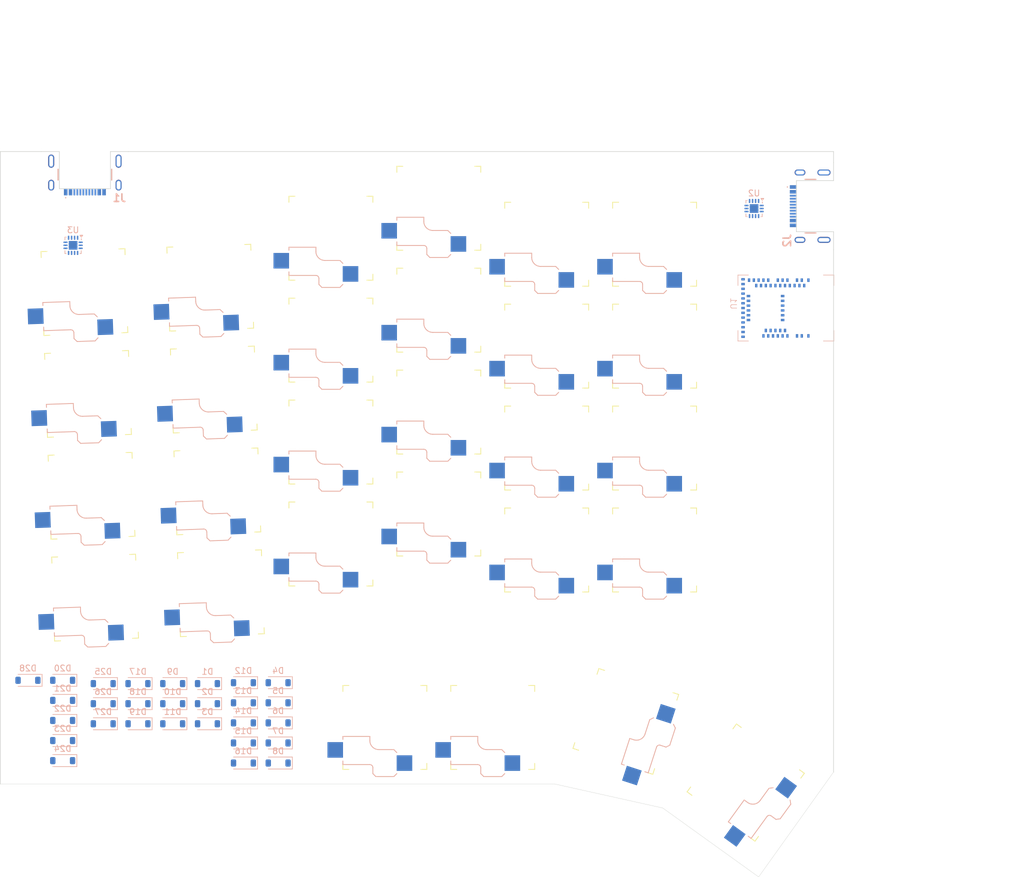
<source format=kicad_pcb>
(kicad_pcb (version 20241229) (generator "pcbnew") (generator_version "9.0")
  (layers (0 "F.Cu" signal) (2 "B.Cu" signal) (13 "F.Paste" user) (15 "B.Paste" user) (5 "F.SilkS" user "F.Silkscreen") (7 "B.SilkS" user "B.Silkscreen") (1 "F.Mask" user) (3 "B.Mask" user) (25 "Edge.Cuts" user))
  (net 0 "")
  (net 1 "/key-matrix/row0")
  (net 2 "Net-(D1-A)")
  (net 3 "Net-(D2-A)")
  (net 4 "/key-matrix/row1")
  (net 5 "/key-matrix/row2")
  (net 6 "Net-(D3-A)")
  (net 7 "/key-matrix/row3")
  (net 8 "Net-(D4-A)")
  (net 9 "/key-matrix/row4")
  (net 10 "Net-(D5-A)")
  (net 11 "Net-(D6-A)")
  (net 12 "Net-(D7-A)")
  (net 13 "Net-(D8-A)")
  (net 14 "Net-(D9-A)")
  (net 15 "Net-(D10-A)")
  (net 16 "Net-(D11-A)")
  (net 17 "Net-(D12-A)")
  (net 18 "Net-(D13-A)")
  (net 19 "Net-(D14-A)")
  (net 20 "Net-(D15-A)")
  (net 21 "Net-(D16-A)")
  (net 22 "Net-(D17-A)")
  (net 23 "Net-(D18-A)")
  (net 24 "Net-(D19-A)")
  (net 25 "Net-(D20-A)")
  (net 26 "Net-(D21-A)")
  (net 27 "Net-(D22-A)")
  (net 28 "Net-(D23-A)")
  (net 29 "Net-(D24-A)")
  (net 30 "Net-(D25-A)")
  (net 31 "Net-(D26-A)")
  (net 32 "Net-(D27-A)")
  (net 33 "Net-(D28-A)")
  (net 39 "GND")
  (net 40 "Net-(U1-P1.18{slash}RESET)")
  (net 78 "Net-(U2-VDD-Pad3)")
  (net 82 "/key-matrix/col0")
  (net 83 "/key-matrix/col1")
  (net 84 "/key-matrix/col2")
  (net 85 "/key-matrix/col3")
  (net 86 "/key-matrix/col4")
  (net 87 "/key-matrix/col5")
  (net 88 "Net-(J1-VBUS-PadA4)")
  (net 89 "Net-(J1-CC2)")
  (net 90 "Net-(J1-CC1)")
  (net 91 "/D+")
  (net 93 "/D-")
  (net 97 "Net-(J2-VBUS-PadA4)")
  (net 101 "Net-(U3-VDD-Pad3)")
  (net 104 "Net-(J2-CC1)")
  (net 105 "Net-(J2-CC2)")
  (footprint "stellar:Kailh_socket_PG1350" (layer "F.Cu") (at 185.645012 48.460158 180)
    (property "Reference" "SW21")
    (property "Value" "SW_Push_45deg")
    (pad "" np_thru_hole circle (at -5.5 0 180) (size 1.7018 1.7018) (drill 1.7018) (layers "*.Cu" "*.Mask"))
    (pad "" np_thru_hole circle (at 0 -5.95 180) (size 3 3) (drill 3) (layers "*.Cu" "*.Mask"))
    (pad "" np_thru_hole circle (at 0 0 180) (size 3.429 3.429) (drill 3.429) (layers "*.Cu" "*.Mask"))
    (pad "" np_thru_hole circle (at 5 -3.75 180) (size 3 3) (drill 3) (layers "*.Cu" "*.Mask"))
    (pad "" np_thru_hole circle (at 5.5 0 180) (size 1.7018 1.7018) (drill 1.7018) (layers "*.Cu" "*.Mask"))
    (pad "1" smd rect (at -3.275 -5.95 180) (size 2.6 2.6) (layers "B.Cu" "B.Mask" "B.Paste") (net 87 "/key-matrix/col5"))
    (pad "2" smd rect (at 8.275 -3.75 180) (size 2.6 2.6) (layers "B.Cu" "B.Mask" "B.Paste") (net 27 "Net-(D22-A)"))
  )
  (footprint "stellar:Kailh_socket_PG1350" (layer "F.Cu") (at 149.645012 93.460158 180)
    (property "Reference" "SW16")
    (property "Value" "SW_Push_45deg")
    (pad "" np_thru_hole circle (at -5.5 0 180) (size 1.7018 1.7018) (drill 1.7018) (layers "*.Cu" "*.Mask"))
    (pad "" np_thru_hole circle (at 0 -5.95 180) (size 3 3) (drill 3) (layers "*.Cu" "*.Mask"))
    (pad "" np_thru_hole circle (at 0 0 180) (size 3.429 3.429) (drill 3.429) (layers "*.Cu" "*.Mask"))
    (pad "" np_thru_hole circle (at 5 -3.75 180) (size 3 3) (drill 3) (layers "*.Cu" "*.Mask"))
    (pad "" np_thru_hole circle (at 5.5 0 180) (size 1.7018 1.7018) (drill 1.7018) (layers "*.Cu" "*.Mask"))
    (pad "1" smd rect (at -3.275 -5.95 180) (size 2.6 2.6) (layers "B.Cu" "B.Mask" "B.Paste") (net 85 "/key-matrix/col3"))
    (pad "2" smd rect (at 8.275 -3.75 180) (size 2.6 2.6) (layers "B.Cu" "B.Mask" "B.Paste") (net 22 "Net-(D17-A)"))
  )
  (footprint "stellar:Kailh_socket_PG1350" (layer "F.Cu") (at 149.645012 76.460158 180)
    (property "Reference" "SW15")
    (property "Value" "SW_Push_45deg")
    (pad "" np_thru_hole circle (at -5.5 0 180) (size 1.7018 1.7018) (drill 1.7018) (layers "*.Cu" "*.Mask"))
    (pad "" np_thru_hole circle (at 0 -5.95 180) (size 3 3) (drill 3) (layers "*.Cu" "*.Mask"))
    (pad "" np_thru_hole circle (at 0 0 180) (size 3.429 3.429) (drill 3.429) (layers "*.Cu" "*.Mask"))
    (pad "" np_thru_hole circle (at 5 -3.75 180) (size 3 3) (drill 3) (layers "*.Cu" "*.Mask"))
    (pad "" np_thru_hole circle (at 5.5 0 180) (size 1.7018 1.7018) (drill 1.7018) (layers "*.Cu" "*.Mask"))
    (pad "1" smd rect (at -3.275 -5.95 180) (size 2.6 2.6) (layers "B.Cu" "B.Mask" "B.Paste") (net 85 "/key-matrix/col3"))
    (pad "2" smd rect (at 8.275 -3.75 180) (size 2.6 2.6) (layers "B.Cu" "B.Mask" "B.Paste") (net 21 "Net-(D16-A)"))
  )
  (footprint "stellar:Kailh_socket_PG1350" (layer "F.Cu") (at 90.532591 56.439604 -178)
    (property "Reference" "SW1")
    (property "Value" "SW_Push_45deg")
    (pad "" np_thru_hole circle (at -5.499999 0 182) (size 1.7018 1.7018) (drill 1.7018) (layers "*.Cu" "*.Mask"))
    (pad "" np_thru_hole circle (at 0 -5.95 182) (size 3 3) (drill 3) (layers "*.Cu" "*.Mask"))
    (pad "" np_thru_hole circle (at 0 0 182) (size 3.429 3.429) (drill 3.429) (layers "*.Cu" "*.Mask"))
    (pad "" np_thru_hole circle (at 5 -3.75 182) (size 3 3) (drill 3) (layers "*.Cu" "*.Mask"))
    (pad "" np_thru_hole circle (at 5.499999 0 182) (size 1.7018 1.7018) (drill 1.7018) (layers "*.Cu" "*.Mask"))
    (pad "1" smd rect (at -3.275 -5.949999 182) (size 2.6 2.6) (layers "B.Cu" "B.Mask" "B.Paste") (net 82 "/key-matrix/col0"))
    (pad "2" smd rect (at 8.275 -3.75 182) (size 2.6 2.6) (layers "B.Cu" "B.Mask" "B.Paste") (net 2 "Net-(D1-A)"))
  )
  (footprint "stellar:Kailh_socket_PG1350" (layer "F.Cu") (at 111.519798 55.706714 -178)
    (property "Reference" "SW5")
    (property "Value" "SW_Push_45deg")
    (pad "" np_thru_hole circle (at -5.499999 0 182) (size 1.7018 1.7018) (drill 1.7018) (layers "*.Cu" "*.Mask"))
    (pad "" np_thru_hole circle (at 0 -5.95 182) (size 3 3) (drill 3) (layers "*.Cu" "*.Mask"))
    (pad "" np_thru_hole circle (at 0 0 182) (size 3.429 3.429) (drill 3.429) (layers "*.Cu" "*.Mask"))
    (pad "" np_thru_hole circle (at 5 -3.75 182) (size 3 3) (drill 3) (layers "*.Cu" "*.Mask"))
    (pad "" np_thru_hole circle (at 5.499999 0 182) (size 1.7018 1.7018) (drill 1.7018) (layers "*.Cu" "*.Mask"))
    (pad "1" smd rect (at -3.275 -5.949999 182) (size 2.6 2.6) (layers "B.Cu" "B.Mask" "B.Paste") (net 83 "/key-matrix/col1"))
    (pad "2" smd rect (at 8.275 -3.75 182) (size 2.6 2.6) (layers "B.Cu" "B.Mask" "B.Paste") (net 11 "Net-(D6-A)"))
  )
  (footprint "stellar:Kailh_socket_PG1350" (layer "F.Cu") (at 200.845012 138.260158 -126)
    (property "Reference" "SW28")
    (property "Value" "SW_Push_45deg")
    (pad "" np_thru_hole circle (at -5.5 0 234) (size 1.7018 1.7018) (drill 1.7018) (layers "*.Cu" "*.Mask"))
    (pad "" np_thru_hole circle (at 0 -5.95 234) (size 3 3) (drill 3) (layers "*.Cu" "*.Mask"))
    (pad "" np_thru_hole circle (at 0 0 234) (size 3.429 3.429) (drill 3.429) (layers "*.Cu" "*.Mask"))
    (pad "" np_thru_hole circle (at 5.000001 -3.75 234) (size 3 3) (drill 3) (layers "*.Cu" "*.Mask"))
    (pad "" np_thru_hole circle (at 5.5 0 234) (size 1.7018 1.7018) (drill 1.7018) (layers "*.Cu" "*.Mask"))
    (pad "1" smd rect (at -3.275 -5.95 234) (size 2.6 2.6) (layers "B.Cu" "B.Mask" "B.Paste") (net 87 "/key-matrix/col5"))
    (pad "2" smd rect (at 8.275 -3.75 234) (size 2.6 2.6) (layers "B.Cu" "B.Mask" "B.Paste") (net 33 "Net-(D28-A)"))
  )
  (footprint "stellar:Kailh_socket_PG1350" (layer "F.Cu") (at 92.312465 107.408536 -178)
    (property "Reference" "SW4")
    (property "Value" "SW_Push_45deg")
    (pad "" np_thru_hole circle (at -5.499999 0 182) (size 1.7018 1.7018) (drill 1.7018) (layers "*.Cu" "*.Mask"))
    (pad "" np_thru_hole circle (at 0 -5.95 182) (size 3 3) (drill 3) (layers "*.Cu" "*.Mask"))
    (pad "" np_thru_hole circle (at 0 0 182) (size 3.429 3.429) (drill 3.429) (layers "*.Cu" "*.Mask"))
    (pad "" np_thru_hole circle (at 5 -3.75 182) (size 3 3) (drill 3) (layers "*.Cu" "*.Mask"))
    (pad "" np_thru_hole circle (at 5.499999 0 182) (size 1.7018 1.7018) (drill 1.7018) (layers "*.Cu" "*.Mask"))
    (pad "1" smd rect (at -3.275 -5.949999 182) (size 2.6 2.6) (layers "B.Cu" "B.Mask" "B.Paste") (net 82 "/key-matrix/col0"))
    (pad "2" smd rect (at 8.275 -3.75 182) (size 2.6 2.6) (layers "B.Cu" "B.Mask" "B.Paste") (net 8 "Net-(D4-A)"))
  )
  (footprint "stellar:Kailh_socket_PG1350" (layer "F.Cu") (at 91.125882 73.429248 -178)
    (property "Reference" "SW2")
    (property "Value" "SW_Push_45deg")
    (pad "" np_thru_hole circle (at -5.499999 0 182) (size 1.7018 1.7018) (drill 1.7018) (layers "*.Cu" "*.Mask"))
    (pad "" np_thru_hole circle (at 0 -5.95 182) (size 3 3) (drill 3) (layers "*.Cu" "*.Mask"))
    (pad "" np_thru_hole circle (at 0 0 182) (size 3.429 3.429) (drill 3.429) (layers "*.Cu" "*.Mask"))
    (pad "" np_thru_hole circle (at 5 -3.75 182) (size 3 3) (drill 3) (layers "*.Cu" "*.Mask"))
    (pad "" np_thru_hole circle (at 5.499999 0 182) (size 1.7018 1.7018) (drill 1.7018) (layers "*.Cu" "*.Mask"))
    (pad "1" smd rect (at -3.275 -5.949999 182) (size 2.6 2.6) (layers "B.Cu" "B.Mask" "B.Paste") (net 82 "/key-matrix/col0"))
    (pad "2" smd rect (at 8.275 -3.75 182) (size 2.6 2.6) (layers "B.Cu" "B.Mask" "B.Paste") (net 3 "Net-(D2-A)"))
  )
  (footprint "stellar:Kailh_socket_PG1350" (layer "F.Cu") (at 131.645012 47.460158 180)
    (property "Reference" "SW9")
    (property "Value" "SW_Push_45deg")
    (pad "" np_thru_hole circle (at -5.5 0 180) (size 1.7018 1.7018) (drill 1.7018) (layers "*.Cu" "*.Mask"))
    (pad "" np_thru_hole circle (at 0 -5.95 180) (size 3 3) (drill 3) (layers "*.Cu" "*.Mask"))
    (pad "" np_thru_hole circle (at 0 0 180) (size 3.429 3.429) (drill 3.429) (layers "*.Cu" "*.Mask"))
    (pad "" np_thru_hole circle (at 5 -3.75 180) (size 3 3) (drill 3) (layers "*.Cu" "*.Mask"))
    (pad "" np_thru_hole circle (at 5.5 0 180) (size 1.7018 1.7018) (drill 1.7018) (layers "*.Cu" "*.Mask"))
    (pad "1" smd rect (at -3.275 -5.95 180) (size 2.6 2.6) (layers "B.Cu" "B.Mask" "B.Paste") (net 84 "/key-matrix/col2"))
    (pad "2" smd rect (at 8.275 -3.75 180) (size 2.6 2.6) (layers "B.Cu" "B.Mask" "B.Paste") (net 15 "Net-(D10-A)"))
  )
  (footprint "stellar:Kailh_socket_PG1350" (layer "F.Cu") (at 131.645012 64.460158 180)
    (property "Reference" "SW10")
    (property "Value" "SW_Push_45deg")
    (pad "" np_thru_hole circle (at -5.5 0 180) (size 1.7018 1.7018) (drill 1.7018) (layers "*.Cu" "*.Mask"))
    (pad "" np_thru_hole circle (at 0 -5.95 180) (size 3 3) (drill 3) (layers "*.Cu" "*.Mask"))
    (pad "" np_thru_hole circle (at 0 0 180) (size 3.429 3.429) (drill 3.429) (layers "*.Cu" "*.Mask"))
    (pad "" np_thru_hole circle (at 5 -3.75 180) (size 3 3) (drill 3) (layers "*.Cu" "*.Mask"))
    (pad "" np_thru_hole circle (at 5.5 0 180) (size 1.7018 1.7018) (drill 1.7018) (layers "*.Cu" "*.Mask"))
    (pad "1" smd rect (at -3.275 -5.95 180) (size 2.6 2.6) (layers "B.Cu" "B.Mask" "B.Paste") (net 84 "/key-matrix/col2"))
    (pad "2" smd rect (at 8.275 -3.75 180) (size 2.6 2.6) (layers "B.Cu" "B.Mask" "B.Paste") (net 16 "Net-(D11-A)"))
  )
  (footprint "stellar:Kailh_socket_PG1350" (layer "F.Cu") (at 140.645012 129.060158 180)
    (property "Reference" "SW25")
    (property "Value" "SW_Push_45deg")
    (pad "" np_thru_hole circle (at -5.5 0 180) (size 1.7018 1.7018) (drill 1.7018) (layers "*.Cu" "*.Mask"))
    (pad "" np_thru_hole circle (at 0 -5.95 180) (size 3 3) (drill 3) (layers "*.Cu" "*.Mask"))
    (pad "" np_thru_hole circle (at 0 0 180) (size 3.429 3.429) (drill 3.429) (layers "*.Cu" "*.Mask"))
    (pad "" np_thru_hole circle (at 5 -3.75 180) (size 3 3) (drill 3) (layers "*.Cu" "*.Mask"))
    (pad "" np_thru_hole circle (at 5.5 0 180) (size 1.7018 1.7018) (drill 1.7018) (layers "*.Cu" "*.Mask"))
    (pad "1" smd rect (at -3.275 -5.95 180) (size 2.6 2.6) (layers "B.Cu" "B.Mask" "B.Paste") (net 84 "/key-matrix/col2"))
    (pad "2" smd rect (at 8.275 -3.75 180) (size 2.6 2.6) (layers "B.Cu" "B.Mask" "B.Paste") (net 10 "Net-(D5-A)"))
  )
  (footprint "stellar:Kailh_socket_PG1350" (layer "F.Cu") (at 112.11309 72.696358 -178)
    (property "Reference" "SW6")
    (property "Value" "SW_Push_45deg")
    (pad "" np_thru_hole circle (at -5.499999 0 182) (size 1.7018 1.7018) (drill 1.7018) (layers "*.Cu" "*.Mask"))
    (pad "" np_thru_hole circle (at 0 -5.95 182) (size 3 3) (drill 3) (layers "*.Cu" "*.Mask"))
    (pad "" np_thru_hole circle (at 0 0 182) (size 3.429 3.429) (drill 3.429) (layers "*.Cu" "*.Mask"))
    (pad "" np_thru_hole circle (at 5 -3.75 182) (size 3 3) (drill 3) (layers "*.Cu" "*.Mask"))
    (pad "" np_thru_hole circle (at 5.499999 0 182) (size 1.7018 1.7018) (drill 1.7018) (layers "*.Cu" "*.Mask"))
    (pad "1" smd rect (at -3.275 -5.949999 182) (size 2.6 2.6) (layers "B.Cu" "B.Mask" "B.Paste") (net 83 "/key-matrix/col1"))
    (pad "2" smd rect (at 8.275 -3.75 182) (size 2.6 2.6) (layers "B.Cu" "B.Mask" "B.Paste") (net 12 "Net-(D7-A)"))
  )
  (footprint "stellar:Kailh_socket_PG1350" (layer "F.Cu") (at 185.645012 65.460158 180)
    (property "Reference" "SW22")
    (property "Value" "SW_Push_45deg")
    (pad "" np_thru_hole circle (at -5.5 0 180) (size 1.7018 1.7018) (drill 1.7018) (layers "*.Cu" "*.Mask"))
    (pad "" np_thru_hole circle (at 0 -5.95 180) (size 3 3) (drill 3) (layers "*.Cu" "*.Mask"))
    (pad "" np_thru_hole circle (at 0 0 180) (size 3.429 3.429) (drill 3.429) (layers "*.Cu" "*.Mask"))
    (pad "" np_thru_hole circle (at 5 -3.75 180) (size 3 3) (drill 3) (layers "*.Cu" "*.Mask"))
    (pad "" np_thru_hole circle (at 5.5 0 180) (size 1.7018 1.7018) (drill 1.7018) (layers "*.Cu" "*.Mask"))
    (pad "1" smd rect (at -3.275 -5.95 180) (size 2.6 2.6) (layers "B.Cu" "B.Mask" "B.Paste") (net 87 "/key-matrix/col5"))
    (pad "2" smd rect (at 8.275 -3.75 180) (size 2.6 2.6) (layers "B.Cu" "B.Mask" "B.Paste") (net 28 "Net-(D23-A)"))
  )
  (footprint "stellar:Kailh_socket_PG1350" (layer "F.Cu") (at 180.845012 128.060158 -108)
    (property "Reference" "SW27")
    (property "Value" "SW_Push_45deg")
    (pad "" np_thru_hole circle (at -5.5 0 252) (size 1.7018 1.7018) (drill 1.7018) (layers "*.Cu" "*.Mask"))
    (pad "" np_thru_hole circle (at 0 -5.95 252) (size 3 3) (drill 3) (layers "*.Cu" "*.Mask"))
    (pad "" np_thru_hole circle (at 0 0 252) (size 3.429 3.429) (drill 3.429) (layers "*.Cu" "*.Mask"))
    (pad "" np_thru_hole circle (at 5 -3.75 252) (size 3 3) (drill 3) (layers "*.Cu" "*.Mask"))
    (pad "" np_thru_hole circle (at 5.5 0 252) (size 1.7018 1.7018) (drill 1.7018) (layers "*.Cu" "*.Mask"))
    (pad "1" smd rect (at -3.275 -5.95 252) (size 2.6 2.6) (layers "B.Cu" "B.Mask" "B.Paste") (net 86 "/key-matrix/col4"))
    (pad "2" smd rect (at 8.275 -3.75 252) (size 2.6 2.6) (layers "B.Cu" "B.Mask" "B.Paste") (net 32 "Net-(D27-A)"))
  )
  (footprint "stellar:Kailh_socket_PG1350" (layer "F.Cu") (at 112.706381 89.686002 -178)
    (property "Reference" "SW7")
    (property "Value" "SW_Push_45deg")
    (pad "" np_thru_hole circle (at -5.499999 0 182) (size 1.7018 1.7018) (drill 1.7018) (layers "*.Cu" "*.Mask"))
    (pad "" np_thru_hole circle (at 0 -5.95 182) (size 3 3) (drill 3) (layers "*.Cu" "*.Mask"))
    (pad "" np_thru_hole circle (at 0 0 182) (size 3.429 3.429) (drill 3.429) (layers "*.Cu" "*.Mask"))
    (pad "" np_thru_hole circle (at 5 -3.75 182) (size 3 3) (drill 3) (layers "*.Cu" "*.Mask"))
    (pad "" np_thru_hole circle (at 5.499999 0 182) (size 1.7018 1.7018) (drill 1.7018) (layers "*.Cu" "*.Mask"))
    (pad "1" smd rect (at -3.275 -5.949999 182) (size 2.6 2.6) (layers "B.Cu" "B.Mask" "B.Paste") (net 83 "/key-matrix/col1"))
    (pad "2" smd rect (at 8.275 -3.75 182) (size 2.6 2.6) (layers "B.Cu" "B.Mask" "B.Paste") (net 13 "Net-(D8-A)"))
  )
  (footprint "stellar:Kailh_socket_PG1350" (layer "F.Cu") (at 158.645012 129.060158 180)
    (property "Reference" "SW26")
    (property "Value" "SW_Push_45deg")
    (pad "" np_thru_hole circle (at -5.5 0 180) (size 1.7018 1.7018) (drill 1.7018) (layers "*.Cu" "*.Mask"))
    (pad "" np_thru_hole circle (at 0 -5.95 180) (size 3 3) (drill 3) (layers "*.Cu" "*.Mask"))
    (pad "" np_thru_hole circle (at 0 0 180) (size 3.429 3.429) (drill 3.429) (layers "*.Cu" "*.Mask"))
    (pad "" np_thru_hole circle (at 5 -3.75 180) (size 3 3) (drill 3) (layers "*.Cu" "*.Mask"))
    (pad "" np_thru_hole circle (at 5.5 0 180) (size 1.7018 1.7018) (drill 1.7018) (layers "*.Cu" "*.Mask"))
    (pad "1" smd rect (at -3.275 -5.95 180) (size 2.6 2.6) (layers "B.Cu" "B.Mask" "B.Paste") (net 85 "/key-matrix/col3"))
    (pad "2" smd rect (at 8.275 -3.75 180) (size 2.6 2.6) (layers "B.Cu" "B.Mask" "B.Paste") (net 31 "Net-(D26-A)"))
  )
  (footprint "stellar:Kailh_socket_PG1350" (layer "F.Cu") (at 185.645012 99.460158 180)
    (property "Reference" "SW24")
    (property "Value" "SW_Push_45deg")
    (pad "" np_thru_hole circle (at -5.5 0 180) (size 1.7018 1.7018) (drill 1.7018) (layers "*.Cu" "*.Mask"))
    (pad "" np_thru_hole circle (at 0 -5.95 180) (size 3 3) (drill 3) (layers "*.Cu" "*.Mask"))
    (pad "" np_thru_hole circle (at 0 0 180) (size 3.429 3.429) (drill 3.429) (layers "*.Cu" "*.Mask"))
    (pad "" np_thru_hole circle (at 5 -3.75 180) (size 3 3) (drill 3) (layers "*.Cu" "*.Mask"))
    (pad "" np_thru_hole circle (at 5.5 0 180) (size 1.7018 1.7018) (drill 1.7018) (layers "*.Cu" "*.Mask"))
    (pad "1" smd rect (at -3.275 -5.95 180) (size 2.6 2.6) (layers "B.Cu" "B.Mask" "B.Paste") (net 87 "/key-matrix/col5"))
    (pad "2" smd rect (at 8.275 -3.75 180) (size 2.6 2.6) (layers "B.Cu" "B.Mask" "B.Paste") (net 30 "Net-(D25-A)"))
  )
  (footprint "stellar:Kailh_socket_PG1350" (layer "F.Cu") (at 131.645012 81.460158 180)
    (property "Reference" "SW11")
    (property "Value" "SW_Push_45deg")
    (pad "" np_thru_hole circle (at -5.5 0 180) (size 1.7018 1.7018) (drill 1.7018) (layers "*.Cu" "*.Mask"))
    (pad "" np_thru_hole circle (at 0 -5.95 180) (size 3 3) (drill 3) (layers "*.Cu" "*.Mask"))
    (pad "" np_thru_hole circle (at 0 0 180) (size 3.429 3.429) (drill 3.429) (layers "*.Cu" "*.Mask"))
    (pad "" np_thru_hole circle (at 5 -3.75 180) (size 3 3) (drill 3) (layers "*.Cu" "*.Mask"))
    (pad "" np_thru_hole circle (at 5.5 0 180) (size 1.7018 1.7018) (drill 1.7018) (layers "*.Cu" "*.Mask"))
    (pad "1" smd rect (at -3.275 -5.95 180) (size 2.6 2.6) (layers "B.Cu" "B.Mask" "B.Paste") (net 84 "/key-matrix/col2"))
    (pad "2" smd rect (at 8.275 -3.75 180) (size 2.6 2.6) (layers "B.Cu" "B.Mask" "B.Paste") (net 17 "Net-(D12-A)"))
  )
  (footprint "stellar:Kailh_socket_PG1350" (layer "F.Cu") (at 167.645012 48.460158 180)
    (property "Reference" "SW17")
    (property "Value" "SW_Push_45deg")
    (pad "" np_thru_hole circle (at -5.5 0 180) (size 1.7018 1.7018) (drill 1.7018) (layers "*.Cu" "*.Mask"))
    (pad "" np_thru_hole circle (at 0 -5.95 180) (size 3 3) (drill 3) (layers "*.Cu" "*.Mask"))
    (pad "" np_thru_hole circle (at 0 0 180) (size 3.429 3.429) (drill 3.429) (layers "*.Cu" "*.Mask"))
    (pad "" np_thru_hole circle (at 5 -3.75 180) (size 3 3) (drill 3) (layers "*.Cu" "*.Mask"))
    (pad "" np_thru_hole circle (at 5.5 0 180) (size 1.7018 1.7018) (drill 1.7018) (layers "*.Cu" "*.Mask"))
    (pad "1" smd rect (at -3.275 -5.95 180) (size 2.6 2.6) (layers "B.Cu" "B.Mask" "B.Paste") (net 86 "/key-matrix/col4"))
    (pad "2" smd rect (at 8.275 -3.75 180) (size 2.6 2.6) (layers "B.Cu" "B.Mask" "B.Paste") (net 23 "Net-(D18-A)"))
  )
  (footprint "stellar:Kailh_socket_PG1350" (layer "F.Cu") (at 131.645012 98.460158 180)
    (property "Reference" "SW12")
    (property "Value" "SW_Push_45deg")
    (pad "" np_thru_hole circle (at -5.5 0 180) (size 1.7018 1.7018) (drill 1.7018) (layers "*.Cu" "*.Mask"))
    (pad "" np_thru_hole circle (at 0 -5.95 180) (size 3 3) (drill 3) (layers "*.Cu" "*.Mask"))
    (pad "" np_thru_hole circle (at 0 0 180) (size 3.429 3.429) (drill 3.429) (layers "*.Cu" "*.Mask"))
    (pad "" np_thru_hole circle (at 5 -3.75 180) (size 3 3) (drill 3) (layers "*.Cu" "*.Mask"))
    (pad "" np_thru_hole circle (at 5.5 0 180) (size 1.7018 1.7018) (drill 1.7018) (layers "*.Cu" "*.Mask"))
    (pad "1" smd rect (at -3.275 -5.95 180) (size 2.6 2.6) (layers "B.Cu" "B.Mask" "B.Paste") (net 84 "/key-matrix/col2"))
    (pad "2" smd rect (at 8.275 -3.75 180) (size 2.6 2.6) (layers "B.Cu" "B.Mask" "B.Paste") (net 18 "Net-(D13-A)"))
  )
  (footprint "stellar:Kailh_socket_PG1350" (layer "F.Cu") (at 167.645012 82.460158 180)
    (property "Reference" "SW19")
    (property "Value" "SW_Push_45deg")
    (pad "" np_thru_hole circle (at -5.5 0 180) (size 1.7018 1.7018) (drill 1.7018) (layers "*.Cu" "*.Mask"))
    (pad "" np_thru_hole circle (at 0 -5.95 180) (size 3 3) (drill 3) (layers "*.Cu" "*.Mask"))
    (pad "" np_thru_hole circle (at 0 0 180) (size 3.429 3.429) (drill 3.429) (layers "*.Cu" "*.Mask"))
    (pad "" np_thru_hole circle (at 5 -3.75 180) (size 3 3) (drill 3) (layers "*.Cu" "*.Mask"))
    (pad "" np_thru_hole circle (at 5.5 0 180) (size 1.7018 1.7018) (drill 1.7018) (layers "*.Cu" "*.Mask"))
    (pad "1" smd rect (at -3.275 -5.95 180) (size 2.6 2.6) (layers "B.Cu" "B.Mask" "B.Paste") (net 86 "/key-matrix/col4"))
    (pad "2" smd rect (at 8.275 -3.75 180) (size 2.6 2.6) (layers "B.Cu" "B.Mask" "B.Paste") (net 25 "Net-(D20-A)"))
  )
  (footprint "stellar:Kailh_socket_PG1350" (layer "F.Cu") (at 91.719174 90.418892 -178)
    (property "Reference" "SW3")
    (property "Value" "SW_Push_45deg")
    (pad "" np_thru_hole circle (at -5.499999 0 182) (size 1.7018 1.7018) (drill 1.7018) (layers "*.Cu" "*.Mask"))
    (pad "" np_thru_hole circle (at 0 -5.95 182) (size 3 3) (drill 3) (layers "*.Cu" "*.Mask"))
    (pad "" np_thru_hole circle (at 0 0 182) (size 3.429 3.429) (drill 3.429) (layers "*.Cu" "*.Mask"))
    (pad "" np_thru_hole circle (at 5 -3.75 182) (size 3 3) (drill 3) (layers "*.Cu" "*.Mask"))
    (pad "" np_thru_hole circle (at 5.499999 0 182) (size 1.7018 1.7018) (drill 1.7018) (layers "*.Cu" "*.Mask"))
    (pad "1" smd rect (at -3.275 -5.949999 182) (size 2.6 2.6) (layers "B.Cu" "B.Mask" "B.Paste") (net 82 "/key-matrix/col0"))
    (pad "2" smd rect (at 8.275 -3.75 182) (size 2.6 2.6) (layers "B.Cu" "B.Mask" "B.Paste") (net 6 "Net-(D3-A)"))
  )
  (footprint "stellar:Kailh_socket_PG1350" (layer "F.Cu") (at 113.299672 106.675647 -178)
    (property "Reference" "SW8")
    (property "Value" "SW_Push_45deg")
    (pad "" np_thru_hole circle (at -5.499999 0 182) (size 1.7018 1.7018) (drill 1.7018) (layers "*.Cu" "*.Mask"))
    (pad "" np_thru_hole circle (at 0 -5.95 182) (size 3 3) (drill 3) (layers "*.Cu" "*.Mask"))
    (pad "" np_thru_hole circle (at 0 0 182) (size 3.429 3.429) (drill 3.429) (layers "*.Cu" "*.Mask"))
    (pad "" np_thru_hole circle (at 5 -3.75 182) (size 3 3) (drill 3) (layers "*.Cu" "*.Mask"))
    (pad "" np_thru_hole circle (at 5.499999 0 182) (size 1.7018 1.7018) (drill 1.7018) (layers "*.Cu" "*.Mask"))
    (pad "1" smd rect (at -3.275 -5.949999 182) (size 2.6 2.6) (layers "B.Cu" "B.Mask" "B.Paste") (net 83 "/key-matrix/col1"))
    (pad "2" smd rect (at 8.275 -3.75 182) (size 2.6 2.6) (layers "B.Cu" "B.Mask" "B.Paste") (net 14 "Net-(D9-A)"))
  )
  (footprint "stellar:Kailh_socket_PG1350" (layer "F.Cu") (at 167.645012 99.460158 180)
    (property "Reference" "SW20")
    (property "Value" "SW_Push_45deg")
    (pad "" np_thru_hole circle (at -5.5 0 180) (size 1.7018 1.7018) (drill 1.7018) (layers "*.Cu" "*.Mask"))
    (pad "" np_thru_hole circle (at 0 -5.95 180) (size 3 3) (drill 3) (layers "*.Cu" "*.Mask"))
    (pad "" np_thru_hole circle (at 0 0 180) (size 3.429 3.429) (drill 3.429) (layers "*.Cu" "*.Mask"))
    (pad "" np_thru_hole circle (at 5 -3.75 180) (size 3 3) (drill 3) (layers "*.Cu" "*.Mask"))
    (pad "" np_thru_hole circle (at 5.5 0 180) (size 1.7018 1.7018) (drill 1.7018) (layers "*.Cu" "*.Mask"))
    (pad "1" smd rect (at -3.275 -5.95 180) (size 2.6 2.6) (layers "B.Cu" "B.Mask" "B.Paste") (net 86 "/key-matrix/col4"))
    (pad "2" smd rect (at 8.275 -3.75 180) (size 2.6 2.6) (layers "B.Cu" "B.Mask" "B.Paste") (net 26 "Net-(D21-A)"))
  )
  (footprint "stellar:Kailh_socket_PG1350" (layer "F.Cu") (at 149.645012 59.460158 180)
    (property "Reference" "SW14")
    (property "Value" "SW_Push_45deg")
    (pad "" np_thru_hole circle (at -5.5 0 180) (size 1.7018 1.7018) (drill 1.7018) (layers "*.Cu" "*.Mask"))
    (pad "" np_thru_hole circle (at 0 -5.95 180) (size 3 3) (drill 3) (layers "*.Cu" "*.Mask"))
    (pad "" np_thru_hole circle (at 0 0 180) (size 3.429 3.429) (drill 3.429) (layers "*.Cu" "*.Mask"))
    (pad "" np_thru_hole circle (at 5 -3.75 180) (size 3 3) (drill 3) (layers "*.Cu" "*.Mask"))
    (pad "" np_thru_hole circle (at 5.5 0 180) (size 1.7018 1.7018) (drill 1.7018) (layers "*.Cu" "*.Mask"))
    (pad "1" smd rect (at -3.275 -5.95 180) (size 2.6 2.6) (layers "B.Cu" "B.Mask" "B.Paste") (net 85 "/key-matrix/col3"))
    (pad "2" smd rect (at 8.275 -3.75 180) (size 2.6 2.6) (layers "B.Cu" "B.Mask" "B.Paste") (net 20 "Net-(D15-A)"))
  )
  (footprint "stellar:Kailh_socket_PG1350" (layer "F.Cu") (at 167.645012 65.460158 180)
    (property "Reference" "SW18")
    (property "Value" "SW_Push_45deg")
    (pad "" np_thru_hole circle (at -5.5 0 180) (size 1.7018 1.7018) (drill 1.7018) (layers "*.Cu" "*.Mask"))
    (pad "" np_thru_hole circle (at 0 -5.95 180) (size 3 3) (drill 3) (layers "*.Cu" "*.Mask"))
    (pad "" np_thru_hole circle (at 0 0 180) (size 3.429 3.429) (drill 3.429) (layers "*.Cu" "*.Mask"))
    (pad "" np_thru_hole circle (at 5 -3.75 180) (size 3 3) (drill 3) (layers "*.Cu" "*.Mask"))
    (pad "" np_thru_hole circle (at 5.5 0 180) (size 1.7018 1.7018) (drill 1.7018) (layers "*.Cu" "*.Mask"))
    (pad "1" smd rect (at -3.275 -5.95 180) (size 2.6 2.6) (layers "B.Cu" "B.Mask" "B.Paste") (net 86 "/key-matrix/col4"))
    (pad "2" smd rect (at 8.275 -3.75 180) (size 2.6 2.6) (layers "B.Cu" "B.Mask" "B.Paste") (net 24 "Net-(D19-A)"))
  )
  (footprint "stellar:Kailh_socket_PG1350" (layer "F.Cu") (at 185.645012 82.460158 180)
    (property "Reference" "SW23")
    (property "Value" "SW_Push_45deg")
    (pad "" np_thru_hole circle (at -5.5 0 180) (size 1.7018 1.7018) (drill 1.7018) (layers "*.Cu" "*.Mask"))
    (pad "" np_thru_hole circle (at 0 -5.95 180) (size 3 3) (drill 3) (layers "*.Cu" "*.Mask"))
    (pad "" np_thru_hole circle (at 0 0 180) (size 3.429 3.429) (drill 3.429) (layers "*.Cu" "*.Mask"))
    (pad "" np_thru_hole circle (at 5 -3.75 180) (size 3 3) (drill 3) (layers "*.Cu" "*.Mask"))
    (pad "" np_thru_hole circle (at 5.5 0 180) (size 1.7018 1.7018) (drill 1.7018) (layers "*.Cu" "*.Mask"))
    (pad "1" smd rect (at -3.275 -5.95 180) (size 2.6 2.6) (layers "B.Cu" "B.Mask" "B.Paste") (net 87 "/key-matrix/col5"))
    (pad "2" smd rect (at 8.275 -3.75 180) (size 2.6 2.6) (layers "B.Cu" "B.Mask" "B.Paste") (net 29 "Net-(D24-A)"))
  )
  (footprint "stellar:Kailh_socket_PG1350" (layer "F.Cu") (at 149.645012 42.460158 180)
    (property "Reference" "SW13")
    (property "Value" "SW_Push_45deg")
    (pad "" np_thru_hole circle (at -5.5 0 180) (size 1.7018 1.7018) (drill 1.7018) (layers "*.Cu" "*.Mask"))
    (pad "" np_thru_hole circle (at 0 -5.95 180) (size 3 3) (drill 3) (layers "*.Cu" "*.Mask"))
    (pad "" np_thru_hole circle (at 0 0 180) (size 3.429 3.429) (drill 3.429) (layers "*.Cu" "*.Mask"))
    (pad "" np_thru_hole circle (at 5 -3.75 180) (size 3 3) (drill 3) (layers "*.Cu" "*.Mask"))
    (pad "" np_thru_hole circle (at 5.5 0 180) (size 1.7018 1.7018) (drill 1.7018) (layers "*.Cu" "*.Mask"))
    (pad "1" smd rect (at -3.275 -5.95 180) (size 2.6 2.6) (layers "B.Cu" "B.Mask" "B.Paste") (net 85 "/key-matrix/col3"))
    (pad "2" smd rect (at 8.275 -3.75 180) (size 2.6 2.6) (layers "B.Cu" "B.Mask" "B.Paste") (net 19 "Net-(D14-A)"))
  )
  (footprint "Diode_SMD:D_SOD-123" (layer "B.Cu") (at 111.055 125.1 180)
    (property "Reference" "D2" (at 0 2 0) (layer "B.SilkS") (effects (justify mirror)))
    (property "Value" "1N4148W")
    (pad "1" smd roundrect (at -1.65 0 180) (size 0.9 1.2) (layers "B.Cu" "B.Mask" "B.Paste") (net 4 "/key-matrix/row1"))
    (pad "2" smd roundrect (at 1.65 0 180) (size 0.9 1.2) (layers "B.Cu" "B.Mask" "B.Paste") (net 3 "Net-(D2-A)"))
  )
  (footprint "Diode_SMD:D_SOD-123" (layer "B.Cu") (at 93.67 125.1 180)
    (property "Reference" "D26" (at 0 2 0) (layer "B.SilkS") (effects (justify mirror)))
    (property "Value" "1N4148W")
    (pad "1" smd roundrect (at -1.65 0 180) (size 0.9 1.2) (layers "B.Cu" "B.Mask" "B.Paste") (net 9 "/key-matrix/row4"))
    (pad "2" smd roundrect (at 1.65 0 180) (size 0.9 1.2) (layers "B.Cu" "B.Mask" "B.Paste") (net 31 "Net-(D26-A)"))
  )
  (footprint "Diode_SMD:D_SOD-123" (layer "B.Cu") (at 111.055 128.45 180)
    (property "Reference" "D3" (at 0 2 0) (layer "B.SilkS") (effects (justify mirror)))
    (property "Value" "1N4148W")
    (pad "1" smd roundrect (at -1.65 0 180) (size 0.9 1.2) (layers "B.Cu" "B.Mask" "B.Paste") (net 5 "/key-matrix/row2"))
    (pad "2" smd roundrect (at 1.65 0 180) (size 0.9 1.2) (layers "B.Cu" "B.Mask" "B.Paste") (net 6 "Net-(D3-A)"))
  )
  (footprint "Diode_SMD:D_SOD-123" (layer "B.Cu") (at 81.11 121.2 180)
    (property "Reference" "D28" (at 0 2 0) (layer "B.SilkS") (effects (justify mirror)))
    (property "Value" "1N4148W")
    (pad "1" smd roundrect (at -1.65 0 180) (size 0.9 1.2) (layers "B.Cu" "B.Mask" "B.Paste") (net 9 "/key-matrix/row4"))
    (pad "2" smd roundrect (at 1.65 0 180) (size 0.9 1.2) (layers "B.Cu" "B.Mask" "B.Paste") (net 33 "Net-(D28-A)"))
  )
  (footprint "Diode_SMD:D_SOD-123" (layer "B.Cu") (at 117.055 128.3 180)
    (property "Reference" "D14" (at 0 2 0) (layer "B.SilkS") (effects (justify mirror)))
    (property "Value" "1N4148W")
    (pad "1" smd roundrect (at -1.65 0 180) (size 0.9 1.2) (layers "B.Cu" "B.Mask" "B.Paste") (net 1 "/key-matrix/row0"))
    (pad "2" smd roundrect (at 1.65 0 180) (size 0.9 1.2) (layers "B.Cu" "B.Mask" "B.Paste") (net 19 "Net-(D14-A)"))
  )
  (footprint "Diode_SMD:D_SOD-123" (layer "B.Cu") (at 111.055 121.75 180)
    (property "Reference" "D1" (at 0 2 0) (layer "B.SilkS") (effects (justify mirror)))
    (property "Value" "1N4148W")
    (pad "1" smd roundrect (at -1.65 0 180) (size 0.9 1.2) (layers "B.Cu" "B.Mask" "B.Paste") (net 1 "/key-matrix/row0"))
    (pad "2" smd roundrect (at 1.65 0 180) (size 0.9 1.2) (layers "B.Cu" "B.Mask" "B.Paste") (net 2 "Net-(D1-A)"))
  )
  (footprint "Diode_SMD:D_SOD-123" (layer "B.Cu") (at 122.85 121.6 180)
    (property "Reference" "D4" (at 0 2 0) (layer "B.SilkS") (effects (justify mirror)))
    (property "Value" "1N4148W")
    (pad "1" smd roundrect (at -1.65 0 180) (size 0.9 1.2) (layers "B.Cu" "B.Mask" "B.Paste") (net 7 "/key-matrix/row3"))
    (pad "2" smd roundrect (at 1.65 0 180) (size 0.9 1.2) (layers "B.Cu" "B.Mask" "B.Paste") (net 8 "Net-(D4-A)"))
  )
  (footprint "Diode_SMD:D_SOD-123" (layer "B.Cu") (at 117.055 135 180)
    (property "Reference" "D16" (at 0 2 0) (layer "B.SilkS") (effects (justify mirror)))
    (property "Value" "1N4148W")
    (pad "1" smd roundrect (at -1.65 0 180) (size 0.9 1.2) (layers "B.Cu" "B.Mask" "B.Paste") (net 5 "/key-matrix/row2"))
    (pad "2" smd roundrect (at 1.65 0 180) (size 0.9 1.2) (layers "B.Cu" "B.Mask" "B.Paste") (net 21 "Net-(D16-A)"))
  )
  (footprint "Diode_SMD:D_SOD-123" (layer "B.Cu") (at 117.055 121.6 180)
    (property "Reference" "D12" (at 0 2 0) (layer "B.SilkS") (effects (justify mirror)))
    (property "Value" "1N4148W")
    (pad "1" smd roundrect (at -1.65 0 180) (size 0.9 1.2) (layers "B.Cu" "B.Mask" "B.Paste") (net 5 "/key-matrix/row2"))
    (pad "2" smd roundrect (at 1.65 0 180) (size 0.9 1.2) (layers "B.Cu" "B.Mask" "B.Paste") (net 17 "Net-(D12-A)"))
  )
  (footprint "stellar:USB4510031A" (layer "B.Cu") (at 90.61 35.75)
    (property "Reference" "J1" (at 5.75 5 0) (layer "B.SilkS") (effects (font (size 1.27 1.27) (thickness 0.254)) (justify mirror)))
    (property "Value" "USB_C_Receptacle_USB2.0_14P" (hide yes))
    (fp_line (start -4.26 -2.75) (end -7.26 -2.75) (stroke (width 0.1)) (layer "Edge.Cuts"))
    (fp_line (start -4.26 3.45) (end -4.26 -2.75) (stroke (width 0.1)) (layer "Edge.Cuts"))
    (fp_line (start -4.26 3.45) (end 4.26 3.45) (stroke (width 0.1)) (layer "Edge.Cuts"))
    (fp_line (start 4.26 -2.75) (end 7.26 -2.75) (stroke (width 0.1)) (layer "Edge.Cuts"))
    (fp_line (start 4.26 3.45) (end 4.26 -2.75) (stroke (width 0.1)) (layer "Edge.Cuts"))
    (pad "A1" smd rect (at -3.2 4) (size 0.6 1.1) (layers "B.Cu" "B.Mask" "B.Paste") (net 39 "GND"))
    (pad "A4" smd rect (at -2.4 4) (size 0.6 1.1) (layers "B.Cu" "B.Mask" "B.Paste") (net 88 "Net-(J1-VBUS-PadA4)"))
    (pad "A5" smd rect (at -1.25 4) (size 0.3 1.1) (layers "B.Cu" "B.Mask" "B.Paste") (net 90 "Net-(J1-CC1)"))
    (pad "A6" smd rect (at -0.25 4) (size 0.3 1.1) (layers "B.Cu" "B.Mask" "B.Paste") (net 91 "/D+"))
    (pad "A7" smd rect (at 0.25 4) (size 0.3 1.1) (layers "B.Cu" "B.Mask" "B.Paste") (net 93 "/D-"))
    (pad "A8" smd rect (at 1.25 4) (size 0.3 1.1) (layers "B.Cu" "B.Mask" "B.Paste"))
    (pad "A9" smd rect (at 2.4 4) (size 0.6 1.1) (layers "B.Cu" "B.Mask" "B.Paste") (net 88 "Net-(J1-VBUS-PadA4)"))
    (pad "A12" smd rect (at 3.2 4) (size 0.6 1.1) (layers "B.Cu" "B.Mask" "B.Paste") (net 39 "GND"))
    (pad "B5" smd rect (at 1.75 4) (size 0.3 1.1) (layers "B.Cu" "B.Mask" "B.Paste") (net 89 "Net-(J1-CC2)"))
    (pad "B6" smd rect (at 0.75 4) (size 0.3 1.1) (layers "B.Cu" "B.Mask" "B.Paste") (net 91 "/D+"))
    (pad "B7" smd rect (at -0.75 4) (size 0.3 1.1) (layers "B.Cu" "B.Mask" "B.Paste") (net 93 "/D-"))
    (pad "B8" smd rect (at -1.75 4) (size 0.3 1.1) (layers "B.Cu" "B.Mask" "B.Paste"))
    (pad "MH1" thru_hole oval (at -5.62 2.85) (size 1 1.8) (drill oval 0.6 1.4) (layers "*.Cu" "*.Mask"))
    (pad "MH2" thru_hole oval (at -5.62 -1.15) (size 1 2.2) (drill oval 0.6 1.8) (layers "*.Cu" "*.Mask"))
    (pad "MH3" thru_hole oval (at 5.62 -1.15) (size 1 2.2) (drill oval 0.6 1.8) (layers "*.Cu" "*.Mask"))
    (pad "MH4" thru_hole oval (at 5.62 2.85) (size 1 1.8) (drill oval 0.6 1.4) (layers "*.Cu" "*.Mask"))
  )
  (footprint "Diode_SMD:D_SOD-123" (layer "B.Cu") (at 117.055 124.95 180)
    (property "Reference" "D13" (at 0 2 0) (layer "B.SilkS") (effects (justify mirror)))
    (property "Value" "1N4148W")
    (pad "1" smd roundrect (at -1.65 0 180) (size 0.9 1.2) (layers "B.Cu" "B.Mask" "B.Paste") (net 7 "/key-matrix/row3"))
    (pad "2" smd roundrect (at 1.65 0 180) (size 0.9 1.2) (layers "B.Cu" "B.Mask" "B.Paste") (net 18 "Net-(D13-A)"))
  )
  (footprint "Diode_SMD:D_SOD-123" (layer "B.Cu") (at 86.905 127.9 180)
    (property "Reference" "D22" (at 0 2 0) (layer "B.SilkS") (effects (justify mirror)))
    (property "Value" "1N4148W")
    (pad "1" smd roundrect (at -1.65 0 180) (size 0.9 1.2) (layers "B.Cu" "B.Mask" "B.Paste") (net 1 "/key-matrix/row0"))
    (pad "2" smd roundrect (at 1.65 0 180) (size 0.9 1.2) (layers "B.Cu" "B.Mask" "B.Paste") (net 27 "Net-(D22-A)"))
  )
  (footprint "Diode_SMD:D_SOD-123" (layer "B.Cu") (at 99.465 125.1 180)
    (property "Reference" "D18" (at 0 2 0) (layer "B.SilkS") (effects (justify mirror)))
    (property "Value" "1N4148W")
    (pad "1" smd roundrect (at -1.65 0 180) (size 0.9 1.2) (layers "B.Cu" "B.Mask" "B.Paste") (net 1 "/key-matrix/row0"))
    (pad "2" smd roundrect (at 1.65 0 180) (size 0.9 1.2) (layers "B.Cu" "B.Mask" "B.Paste") (net 23 "Net-(D18-A)"))
  )
  (footprint "Diode_SMD:D_SOD-123" (layer "B.Cu") (at 86.905 121.2 180)
    (property "Reference" "D20" (at 0 2 0) (layer "B.SilkS") (effects (justify mirror)))
    (property "Value" "1N4148W")
    (pad "1" smd roundrect (at -1.65 0 180) (size 0.9 1.2) (layers "B.Cu" "B.Mask" "B.Paste") (net 5 "/key-matrix/row2"))
    (pad "2" smd roundrect (at 1.65 0 180) (size 0.9 1.2) (layers "B.Cu" "B.Mask" "B.Paste") (net 25 "Net-(D20-A)"))
  )
  (footprint "Diode_SMD:D_SOD-123" (layer "B.Cu") (at 105.26 125.1 180)
    (property "Reference" "D10" (at 0 2 0) (layer "B.SilkS") (effects (justify mirror)))
    (property "Value" "1N4148W")
    (pad "1" smd roundrect (at -1.65 0 180) (size 0.9 1.2) (layers "B.Cu" "B.Mask" "B.Paste") (net 1 "/key-matrix/row0"))
    (pad "2" smd roundrect (at 1.65 0 180) (size 0.9 1.2) (layers "B.Cu" "B.Mask" "B.Paste") (net 15 "Net-(D10-A)"))
  )
  (footprint "Diode_SMD:D_SOD-123" (layer "B.Cu") (at 86.905 131.25 180)
    (property "Reference" "D23" (at 0 2 0) (layer "B.SilkS") (effects (justify mirror)))
    (property "Value" "1N4148W")
    (pad "1" smd roundrect (at -1.65 0 180) (size 0.9 1.2) (layers "B.Cu" "B.Mask" "B.Paste") (net 4 "/key-matrix/row1"))
    (pad "2" smd roundrect (at 1.65 0 180) (size 0.9 1.2) (layers "B.Cu" "B.Mask" "B.Paste") (net 28 "Net-(D23-A)"))
  )
  (footprint "Diode_SMD:D_SOD-123" (layer "B.Cu") (at 86.905 124.55 180)
    (property "Reference" "D21" (at 0 2 0) (layer "B.SilkS") (effects (justify mirror)))
    (property "Value" "1N4148W")
    (pad "1" smd roundrect (at -1.65 0 180) (size 0.9 1.2) (layers "B.Cu" "B.Mask" "B.Paste") (net 7 "/key-matrix/row3"))
    (pad "2" smd roundrect (at 1.65 0 180) (size 0.9 1.2) (layers "B.Cu" "B.Mask" "B.Paste") (net 26 "Net-(D21-A)"))
  )
  (footprint "Diode_SMD:D_SOD-123" (layer "B.Cu") (at 122.85 128.3 180)
    (property "Reference" "D6" (at 0 2 0) (layer "B.SilkS") (effects (justify mirror)))
    (property "Value" "1N4148W")
    (pad "1" smd roundrect (at -1.65 0 180) (size 0.9 1.2) (layers "B.Cu" "B.Mask" "B.Paste") (net 1 "/key-matrix/row0"))
    (pad "2" smd roundrect (at 1.65 0 180) (size 0.9 1.2) (layers "B.Cu" "B.Mask" "B.Paste") (net 11 "Net-(D6-A)"))
  )
  (footprint "stellar:MDBT50Q" (layer "B.Cu") (at 199.8 64.35 90)
    (property "Reference" "U1" (at 6 -1 270) (layer "B.SilkS") (effects (font (thickness 0.1)) (justify mirror)))
    (property "Value" "E73(2G4M08S1C)")
    (pad "1" smd roundrect (at 0.6 11.5 270) (size 0.6 0.4) (layers "B.Cu" "B.Mask" "B.Paste") (roundrect_rratio 0.05) (net 39 "GND"))
    (pad "2" smd roundrect (at 0.6 10.4 270) (size 0.6 0.4) (layers "B.Cu" "B.Mask" "B.Paste") (roundrect_rratio 0.05) (net 39 "GND"))
    (pad "3" smd roundrect (at 0.6 9.6 270) (size 0.6 0.4) (layers "B.Cu" "B.Mask" "B.Paste") (roundrect_rratio 0.05))
    (pad "4" smd roundrect (at 0.6 8 270) (size 0.6 0.4) (layers "B.Cu" "B.Mask" "B.Paste") (roundrect_rratio 0.05))
    (pad "5" smd roundrect (at 1.5 7.6 270) (size 0.6 0.4) (layers "B.Cu" "B.Mask" "B.Paste") (roundrect_rratio 0.05))
    (pad "6" smd roundrect (at 0.6 7.2 270) (size 0.6 0.4) (layers "B.Cu" "B.Mask" "B.Paste") (roundrect_rratio 0.05))
    (pad "7" smd roundrect (at 1.5 6.8 270) (size 0.6 0.4) (layers "B.Cu" "B.Mask" "B.Paste") (roundrect_rratio 0.05))
    (pad "8" smd roundrect (at 0.6 6.4 270) (size 0.6 0.4) (layers "B.Cu" "B.Mask" "B.Paste") (roundrect_rratio 0.05))
    (pad "9" smd roundrect (at 1.5 6 270) (size 0.6 0.4) (layers "B.Cu" "B.Mask" "B.Paste") (roundrect_rratio 0.05))
    (pad "10" smd roundrect (at 0.6 5.6 270) (size 0.6 0.4) (layers "B.Cu" "B.Mask" "B.Paste") (roundrect_rratio 0.05))
    (pad "11" smd roundrect (at 1.5 5.2 270) (size 0.6 0.4) (layers "B.Cu" "B.Mask" "B.Paste") (roundrect_rratio 0.05))
    (pad "12" smd roundrect (at 0.6 4.8 270) (size 0.6 0.4) (layers "B.Cu" "B.Mask" "B.Paste") (roundrect_rratio 0.05))
    (pad "13" smd roundrect (at 1.5 4.4 270) (size 0.6 0.4) (layers "B.Cu" "B.Mask" "B.Paste") (roundrect_rratio 0.05))
    (pad "14" smd roundrect (at 0.6 4 270) (size 0.6 0.4) (layers "B.Cu" "B.Mask" "B.Paste") (roundrect_rratio 0.05))
    (pad "15" smd roundrect (at 0.45 0.6) (size 0.6 0.4) (layers "B.Cu" "B.Mask" "B.Paste") (roundrect_rratio 0.05) (net 39 "GND"))
    (pad "16" smd roundrect (at 1.25 0.6) (size 0.6 0.4) (layers "B.Cu" "B.Mask" "B.Paste") (roundrect_rratio 0.05))
    (pad "17" smd roundrect (at 2.05 0.6) (size 0.6 0.4) (layers "B.Cu" "B.Mask" "B.Paste") (roundrect_rratio 0.05))
    (pad "18" smd roundrect (at 2.85 0.6) (size 0.6 0.4) (layers "B.Cu" "B.Mask" "B.Paste") (roundrect_rratio 0.05))
    (pad "19" smd roundrect (at 3.25 1.5) (size 0.6 0.4) (layers "B.Cu" "B.Mask" "B.Paste") (roundrect_rratio 0.05))
    (pad "20" smd roundrect (at 3.65 0.6) (size 0.6 0.4) (layers "B.Cu" "B.Mask" "B.Paste") (roundrect_rratio 0.05))
    (pad "21" smd roundrect (at 4.05 1.5) (size 0.6 0.4) (layers "B.Cu" "B.Mask" "B.Paste") (roundrect_rratio 0.05))
    (pad "22" smd roundrect (at 4.45 0.6) (size 0.6 0.4) (layers "B.Cu" "B.Mask" "B.Paste") (roundrect_rratio 0.05))
    (pad "23" smd roundrect (at 4.85 1.5) (size 0.6 0.4) (layers "B.Cu" "B.Mask" "B.Paste") (roundrect_rratio 0.05))
    (pad "24" smd roundrect (at 5.25 0.6) (size 0.6 0.4) (layers "B.Cu" "B.Mask" "B.Paste") (roundrect_rratio 0.05))
    (pad "25" smd roundrect (at 5.65 1.5) (size 0.6 0.4) (layers "B.Cu" "B.Mask" "B.Paste") (roundrect_rratio 0.05))
    (pad "26" smd roundrect (at 6.05 0.6) (size 0.6 0.4) (layers "B.Cu" "B.Mask" "B.Paste") (roundrect_rratio 0.05))
    (pad "27" smd roundrect (at 6.45 1.5) (size 0.6 0.4) (layers "B.Cu" "B.Mask" "B.Paste") (roundrect_rratio 0.05))
    (pad "28" smd roundrect (at 6.85 0.6) (size 0.6 0.4) (layers "B.Cu" "B.Mask" "B.Paste") (roundrect_rratio 0.05))
    (pad "29" smd roundrect (at 7.25 1.5) (size 0.6 0.4) (layers "B.Cu" "B.Mask" "B.Paste") (roundrect_rratio 0.05))
    (pad "30" smd roundrect (at 7.65 0.6) (size 0.6 0.4) (layers "B.Cu" "B.Mask" "B.Paste") (roundrect_rratio 0.05))
    (pad "31" smd roundrect (at 8.45 0.6) (size 0.6 0.4) (layers "B.Cu" "B.Mask" "B.Paste") (roundrect_rratio 0.05))
    (pad "32" smd roundrect (at 9.25 0.6) (size 0.6 0.4) (layers "B.Cu" "B.Mask" "B.Paste") (roundrect_rratio 0.05))
    (pad "33" smd roundrect (at 10.05 0.6) (size 0.6 0.4) (layers "B.Cu" "B.Mask" "B.Paste") (roundrect_rratio 0.05) (net 39 "GND"))
    (pad "34" smd roundrect (at 9.9 1.6 270) (size 0.6 0.4) (layers "B.Cu" "B.Mask" "B.Paste") (roundrect_rratio 0.05) (net 93 "/D-"))
    (pad "35" smd roundrect (at 9.9 2.4 270) (size 0.6 0.4) (layers "B.Cu" "B.Mask" "B.Paste") (roundrect_rratio 0.05) (net 91 "/D+"))
    (pad "36" smd roundrect (at 9 2.8 270) (size 0.6 0.4) (layers "B.Cu" "B.Mask" "B.Paste") (roundrect_rratio 0.05))
    (pad "37" smd roundrect (at 9.9 3.2 270) (size 0.6 0.4) (layers "B.Cu" "B.Mask" "B.Paste") (roundrect_rratio 0.05))
    (pad "38" smd roundrect (at 9 3.6 270) (size 0.6 0.4) (layers "B.Cu" "B.Mask" "B.Paste") (roundrect_rratio 0.05))
    (pad "39" smd roundrect (at 9.9 4 270) (size 0.6 0.4) (layers "B.Cu" "B.Mask" "B.Paste") (roundrect_rratio 0.05))
    (pad "40" smd roundrect (at 9 4.4 270) (size 0.6 0.4) (layers "B.Cu" "B.Mask" "B.Paste") (roundrect_rratio 0.05) (net 40 "Net-(U1-P1.18{slash}RESET)"))
    (pad "41" smd roundrect (at 9.9 4.8 270) (size 0.6 0.4) (layers "B.Cu" "B.Mask" "B.Paste") (roundrect_rratio 0.05))
    (pad "42" smd roundrect (at 9 5.2 270) (size 0.6 0.4) (layers "B.Cu" "B.Mask" "B.Paste") (roundrect_rratio 0.05))
    (pad "43" smd roundrect (at 9 6 270) (size 0.6 0.4) (layers "B.Cu" "B.Mask" "B.Paste") (roundrect_rratio 0.05))
    (pad "44" smd roundrect (at 9.9 6.4 270) (size 0.6 0.4) (layers "B.Cu" "B.Mask" "B.Paste") (roundrect_rratio 0.05))
    (pad "45" smd roundrect (at 9 6.8 270) (size 0.6 0.4) (layers "B.Cu" "B.Mask" "B.Paste") (roundrect_rratio 0.05))
    (pad "46" smd roundrect (at 9.9 7.2 270) (size 0.6 0.4) (layers "B.Cu" "B.Mask" "B.Paste") (roundrect_rratio 0.05))
    (pad "47" smd roundrect (at 9 7.6 270) (size 0.6 0.4) (layers "B.Cu" "B.Mask" "B.Paste") (roundrect_rratio 0.05))
    (pad "48" smd roundrect (at 9.9 8 270) (size 0.6 0.4) (layers "B.Cu" "B.Mask" "B.Paste") (roundrect_rratio 0.05))
    (pad "49" smd roundrect (at 9 8.4 270) (size 0.6 0.4) (layers "B.Cu" "B.Mask" "B.Paste") (roundrect_rratio 0.05))
    (pad "50" smd roundrect (at 9 9.2 270) (size 0.6 0.4) (layers "B.Cu" "B.Mask" "B.Paste") (roundrect_rratio 0.05))
    (pad "51" smd roundrect (at 9.9 9.6 270) (size 0.6 0.4) (layers "B.Cu" "B.Mask" "B.Paste") (roundrect_rratio 0.05))
    (pad "52" smd roundrect (at 9 10 270) (size 0.6 0.4) (layers "B.Cu" "B.Mask" "B.Paste") (roundrect_rratio 0.05))
    (pad "53" smd roundrect (at 9.9 10.4 270) (size 0.6 0.4) (layers "B.Cu" "B.Mask" "B.Paste") (roundrect_rratio 0.05))
    (pad "54" smd roundrect (at 9 10.8 270) (size 0.6 0.4) (layers "B.Cu" "B.Mask" "B.Paste") (roundrect_rratio 0.05))
    (pad "55" smd roundrect (at 9.9 11.5 270) (size 0.6 0.4) (layers "B.Cu" "B.Mask" "B.Paste") (roundrect_rratio 0.05) (net 39 "GND"))
    (pad "56" smd roundrect (at 3.25 7.2) (size 0.6 0.4) (layers "B.Cu" "B.Mask" "B.Paste") (roundrect_rratio 0.05))
    (pad "57" smd roundrect (at 4.05 7.2) (size 0.6 0.4) (layers "B.Cu" "B.Mask" "B.Paste") (roundrect_rratio 0.05))
    (pad "58" smd roundrect (at 4.85 7.2) (size 0.6 0.4) (layers "B.Cu" "B.Mask" "B.Paste") (roundrect_rratio 0.05))
    (pad "59" smd roundrect (at 5.65 7.2) (size 0.6 0.4) (layers "B.Cu" "B.Mask" "B.Paste") (roundrect_rratio 0.05))
    (pad "60" smd roundrect (at 6.45 7.2) (size 0.6 0.4) (layers "B.Cu" "B.Mask" "B.Paste") (roundrect_rratio 0.05))
    (pad "61" smd roundrect (at 7.25 7.2) (size 0.6 0.4) (layers "B.Cu" "B.Mask" "B.Paste") (roundrect_rratio 0.05))
  )
  (footprint "Diode_SMD:D_SOD-123" (layer "B.Cu") (at 86.905 134.6 180)
    (property "Reference" "D24" (at 0 2 0) (layer "B.SilkS") (effects (justify mirror)))
    (property "Value" "1N4148W")
    (pad "1" smd roundrect (at -1.65 0 180) (size 0.9 1.2) (layers "B.Cu" "B.Mask" "B.Paste") (net 5 "/key-matrix/row2"))
    (pad "2" smd roundrect (at 1.65 0 180) (size 0.9 1.2) (layers "B.Cu" "B.Mask" "B.Paste") (net 29 "Net-(D24-A)"))
  )
  (footprint "Diode_SMD:D_SOD-123" (layer "B.Cu") (at 122.85 124.95 180)
    (property "Reference" "D5" (at 0 2 0) (layer "B.SilkS") (effects (justify mirror)))
    (property "Value" "1N4148W")
    (pad "1" smd roundrect (at -1.65 0 180) (size 0.9 1.2) (layers "B.Cu" "B.Mask" "B.Paste") (net 9 "/key-matrix/row4"))
    (pad "2" smd roundrect (at 1.65 0 180) (size 0.9 1.2) (layers "B.Cu" "B.Mask" "B.Paste") (net 10 "Net-(D5-A)"))
  )
  (footprint "Diode_SMD:D_SOD-123" (layer "B.Cu") (at 93.67 121.75 180)
    (property "Reference" "D25" (at 0 2 0) (layer "B.SilkS") (effects (justify mirror)))
    (property "Value" "1N4148W")
    (pad "1" smd roundrect (at -1.65 0 180) (size 0.9 1.2) (layers "B.Cu" "B.Mask" "B.Paste") (net 7 "/key-matrix/row3"))
    (pad "2" smd roundrect (at 1.65 0 180) (size 0.9 1.2) (layers "B.Cu" "B.Mask" "B.Paste") (net 30 "Net-(D25-A)"))
  )
  (footprint "Diode_SMD:D_SOD-123" (layer "B.Cu") (at 117.055 131.65 180)
    (property "Reference" "D15" (at 0 2 0) (layer "B.SilkS") (effects (justify mirror)))
    (property "Value" "1N4148W")
    (pad "1" smd roundrect (at -1.65 0 180) (size 0.9 1.2) (layers "B.Cu" "B.Mask" "B.Paste") (net 4 "/key-matrix/row1"))
    (pad "2" smd roundrect (at 1.65 0 180) (size 0.9 1.2) (layers "B.Cu" "B.Mask" "B.Paste") (net 20 "Net-(D15-A)"))
  )
  (footprint "stellar:USB4510031A" (layer "B.Cu") (at 212.75 42.11 -90)
    (property "Reference" "J2" (at 5.75 5 90) (layer "B.SilkS") (effects (font (size 1.27 1.27) (thickness 0.254)) (justify mirror)))
    (property "Value" "USB_C_Receptacle_USB2.0_16P" (hide yes))
    (fp_line (start -4.26 3.45) (end 4.26 3.45) (stroke (width 0.1)) (layer "Edge.Cuts"))
    (fp_line (start -4.26 3.45) (end -4.26 -2.75) (stroke (width 0.1)) (layer "Edge.Cuts"))
    (fp_line (start 4.26 3.45) (end 4.26 -2.75) (stroke (width 0.1)) (layer "Edge.Cuts"))
    (fp_line (start -4.26 -2.75) (end -7.26 -2.75) (stroke (width 0.1)) (layer "Edge.Cuts"))
    (fp_line (start 4.26 -2.75) (end 7.26 -2.75) (stroke (width 0.1)) (layer "Edge.Cuts"))
    (pad "A1" smd rect (at -3.2 4 270) (size 0.6 1.1) (layers "B.Cu" "B.Mask" "B.Paste") (net 39 "GND"))
    (pad "A4" smd rect (at -2.4 4 270) (size 0.6 1.1) (layers "B.Cu" "B.Mask" "B.Paste") (net 97 "Net-(J2-VBUS-PadA4)"))
    (pad "A5" smd rect (at -1.25 4 270) (size 0.3 1.1) (layers "B.Cu" "B.Mask" "B.Paste") (net 104 "Net-(J2-CC1)"))
    (pad "A6" smd rect (at -0.25 4 270) (size 0.3 1.1) (layers "B.Cu" "B.Mask" "B.Paste"))
    (pad "A7" smd rect (at 0.25 4 270) (size 0.3 1.1) (layers "B.Cu" "B.Mask" "B.Paste"))
    (pad "A8" smd rect (at 1.25 4 270) (size 0.3 1.1) (layers "B.Cu" "B.Mask" "B.Paste"))
    (pad "A9" smd rect (at 2.4 4 270) (size 0.6 1.1) (layers "B.Cu" "B.Mask" "B.Paste") (net 97 "Net-(J2-VBUS-PadA4)"))
    (pad "A12" smd rect (at 3.2 4 270) (size 0.6 1.1) (layers "B.Cu" "B.Mask" "B.Paste") (net 39 "GND"))
    (pad "B5" smd rect (at 1.75 4 270) (size 0.3 1.1) (layers "B.Cu" "B.Mask" "B.Paste") (net 105 "Net-(J2-CC2)"))
    (pad "B6" smd rect (at 0.75 4 270) (size 0.3 1.1) (layers "B.Cu" "B.Mask" "B.Paste"))
    (pad "B7" smd rect (at -0.75 4 270) (size 0.3 1.1) (layers "B.Cu" "B.Mask" "B.Paste"))
    (pad "B8" smd rect (at -1.75 4 270) (size 0.3 1.1) (layers "B.Cu" "B.Mask" "B.Paste"))
    (pad "MH1" thru_hole oval (at -5.62 2.85 270) (size 1 1.8) (drill oval 0.6 1.4) (layers "*.Cu" "*.Mask"))
    (pad "MH2" thru_hole oval (at -5.62 -1.15 270) (size 1 2.2) (drill oval 0.6 1.8) (layers "*.Cu" "*.Mask"))
    (pad "MH3" thru_hole oval (at 5.62 -1.15 270) (size 1 2.2) (drill oval 0.6 1.8) (layers "*.Cu" "*.Mask"))
    (pad "MH4" thru_hole oval (at 5.62 2.85 270) (size 1 1.8) (drill oval 0.6 1.4) (layers "*.Cu" "*.Mask"))
  )
  (footprint "Diode_SMD:D_SOD-123" (layer "B.Cu") (at 99.465 128.45 180)
    (property "Reference" "D19" (at 0 2 0) (layer "B.SilkS") (effects (justify mirror)))
    (property "Value" "1N4148W")
    (pad "1" smd roundrect (at -1.65 0 180) (size 0.9 1.2) (layers "B.Cu" "B.Mask" "B.Paste") (net 4 "/key-matrix/row1"))
    (pad "2" smd roundrect (at 1.65 0 180) (size 0.9 1.2) (layers "B.Cu" "B.Mask" "B.Paste") (net 24 "Net-(D19-A)"))
  )
  (footprint "Diode_SMD:D_SOD-123" (layer "B.Cu") (at 99.465 121.75 180)
    (property "Reference" "D17" (at 0 2 0) (layer "B.SilkS") (effects (justify mirror)))
    (property "Value" "1N4148W")
    (pad "1" smd roundrect (at -1.65 0 180) (size 0.9 1.2) (layers "B.Cu" "B.Mask" "B.Paste") (net 7 "/key-matrix/row3"))
    (pad "2" smd roundrect (at 1.65 0 180) (size 0.9 1.2) (layers "B.Cu" "B.Mask" "B.Paste") (net 22 "Net-(D17-A)"))
  )
  (footprint "Package_DFN_QFN:WQFN-14-1EP_2.5x2.5mm_P0.5mm_EP1.45x1.45mm" (layer "B.Cu") (at 202.2375 42.5 180)
    (property "Reference" "U2" (at 0 2.55 0) (layer "B.SilkS") (effects (justify mirror)))
    (property "Value" "FUSB302B01MPX")
    (pad "1" smd roundrect (at -1.2625 0.5 180) (size 0.675 0.25) (layers "B.Cu" "B.Mask" "B.Paste") (net 105 "Net-(J2-CC2)"))
    (pad "2" smd roundrect (at -1.2625 0 180) (size 0.675 0.25) (layers "B.Cu" "B.Mask" "B.Paste"))
    (pad "3" smd roundrect (at -1.2625 -0.5 180) (size 0.675 0.25) (layers "B.Cu" "B.Mask" "B.Paste") (net 78 "Net-(U2-VDD-Pad3)"))
    (pad "4" smd roundrect (at -0.75 -1.2625 180) (size 0.25 0.675) (layers "B.Cu" "B.Mask" "B.Paste") (net 78 "Net-(U2-VDD-Pad3)"))
    (pad "5" smd roundrect (at -0.25 -1.2625 180) (size 0.25 0.675) (layers "B.Cu" "B.Mask" "B.Paste"))
    (pad "6" smd roundrect (at 0.25 -1.2625 180) (size 0.25 0.675) (layers "B.Cu" "B.Mask" "B.Paste"))
    (pad "7" smd roundrect (at 0.75 -1.2625 180) (size 0.25 0.675) (layers "B.Cu" "B.Mask" "B.Paste"))
    (pad "8" smd roundrect (at 1.2625 -0.5 180) (size 0.675 0.25) (layers "B.Cu" "B.Mask" "B.Paste") (net 39 "GND"))
    (pad "9" smd roundrect (at 1.2625 0 180) (size 0.675 0.25) (layers "B.Cu" "B.Mask" "B.Paste") (net 39 "GND"))
    (pad "10" smd roundrect (at 1.2625 0.5 180) (size 0.675 0.25) (layers "B.Cu" "B.Mask" "B.Paste") (net 104 "Net-(J2-CC1)"))
    (pad "11" smd roundrect (at 0.75 1.2625 180) (size 0.25 0.675) (layers "B.Cu" "B.Mask" "B.Paste") (net 104 "Net-(J2-CC1)"))
    (pad "12" smd roundrect (at 0.25 1.2625 180) (size 0.25 0.675) (layers "B.Cu" "B.Mask" "B.Paste"))
    (pad "13" smd roundrect (at -0.25 1.2625 180) (size 0.25 0.675) (layers "B.Cu" "B.Mask" "B.Paste"))
    (pad "14" smd roundrect (at -0.75 1.2625 180) (size 0.25 0.675) (layers "B.Cu" "B.Mask" "B.Paste") (net 105 "Net-(J2-CC2)"))
    (pad "15" smd rect (at 0 0 180) (size 1.45 1.45) (property pad_prop_heatsink) (layers "B.Cu" "B.Mask") (net 39 "GND"))
  )
  (footprint "Diode_SMD:D_SOD-123" (layer "B.Cu") (at 122.85 131.65 180)
    (property "Reference" "D7" (at 0 2 0) (layer "B.SilkS") (effects (justify mirror)))
    (property "Value" "1N4148W")
    (pad "1" smd roundrect (at -1.65 0 180) (size 0.9 1.2) (layers "B.Cu" "B.Mask" "B.Paste") (net 4 "/key-matrix/row1"))
    (pad "2" smd roundrect (at 1.65 0 180) (size 0.9 1.2) (layers "B.Cu" "B.Mask" "B.Paste") (net 12 "Net-(D7-A)"))
  )
  (footprint "Package_DFN_QFN:WQFN-14-1EP_2.5x2.5mm_P0.5mm_EP1.45x1.45mm" (layer "B.Cu") (at 88.64 48.64 180)
    (property "Reference" "U3" (at 0 2.55 0) (layer "B.SilkS") (effects (justify mirror)))
    (property "Value" "FUSB302B01MPX")
    (pad "1" smd roundrect (at -1.2625 0.5 180) (size 0.675 0.25) (layers "B.Cu" "B.Mask" "B.Paste") (net 89 "Net-(J1-CC2)"))
    (pad "2" smd roundrect (at -1.2625 0 180) (size 0.675 0.25) (layers "B.Cu" "B.Mask" "B.Paste"))
    (pad "3" smd roundrect (at -1.2625 -0.5 180) (size 0.675 0.25) (layers "B.Cu" "B.Mask" "B.Paste") (net 101 "Net-(U3-VDD-Pad3)"))
    (pad "4" smd roundrect (at -0.75 -1.2625 180) (size 0.25 0.675) (layers "B.Cu" "B.Mask" "B.Paste") (net 101 "Net-(U3-VDD-Pad3)"))
    (pad "5" smd roundrect (at -0.25 -1.2625 180) (size 0.25 0.675) (layers "B.Cu" "B.Mask" "B.Paste"))
    (pad "6" smd roundrect (at 0.25 -1.2625 180) (size 0.25 0.675) (layers "B.Cu" "B.Mask" "B.Paste"))
    (pad "7" smd roundrect (at 0.75 -1.2625 180) (size 0.25 0.675) (layers "B.Cu" "B.Mask" "B.Paste"))
    (pad "8" smd roundrect (at 1.2625 -0.5 180) (size 0.675 0.25) (layers "B.Cu" "B.Mask" "B.Paste") (net 39 "GND"))
    (pad "9" smd roundrect (at 1.2625 0 180) (size 0.675 0.25) (layers "B.Cu" "B.Mask" "B.Paste") (net 39 "GND"))
    (pad "10" smd roundrect (at 1.2625 0.5 180) (size 0.675 0.25) (layers "B.Cu" "B.Mask" "B.Paste") (net 90 "Net-(J1-CC1)"))
    (pad "11" smd roundrect (at 0.75 1.2625 180) (size 0.25 0.675) (layers "B.Cu" "B.Mask" "B.Paste") (net 90 "Net-(J1-CC1)"))
    (pad "12" smd roundrect (at 0.25 1.2625 180) (size 0.25 0.675) (layers "B.Cu" "B.Mask" "B.Paste"))
    (pad "13" smd roundrect (at -0.25 1.2625 180) (size 0.25 0.675) (layers "B.Cu" "B.Mask" "B.Paste"))
    (pad "14" smd roundrect (at -0.75 1.2625 180) (size 0.25 0.675) (layers "B.Cu" "B.Mask" "B.Paste") (net 89 "Net-(J1-CC2)"))
    (pad "15" smd rect (at 0 0 180) (size 1.45 1.45) (property pad_prop_heatsink) (layers "B.Cu" "B.Mask") (net 39 "GND"))
  )
  (footprint "Diode_SMD:D_SOD-123" (layer "B.Cu") (at 105.26 128.45 180)
    (property "Reference" "D11" (at 0 2 0) (layer "B.SilkS") (effects (justify mirror)))
    (property "Value" "1N4148W")
    (pad "1" smd roundrect (at -1.65 0 180) (size 0.9 1.2) (layers "B.Cu" "B.Mask" "B.Paste") (net 4 "/key-matrix/row1"))
    (pad "2" smd roundrect (at 1.65 0 180) (size 0.9 1.2) (layers "B.Cu" "B.Mask" "B.Paste") (net 16 "Net-(D11-A)"))
  )
  (footprint "Diode_SMD:D_SOD-123" (layer "B.Cu") (at 93.67 128.45 180)
    (property "Reference" "D27" (at 0 2 0) (layer "B.SilkS") (effects (justify mirror)))
    (property "Value" "1N4148W")
    (pad "1" smd roundrect (at -1.65 0 180) (size 0.9 1.2) (layers "B.Cu" "B.Mask" "B.Paste") (net 9 "/key-matrix/row4"))
    (pad "2" smd roundrect (at 1.65 0 180) (size 0.9 1.2) (layers "B.Cu" "B.Mask" "B.Paste") (net 32 "Net-(D27-A)"))
  )
  (footprint "Diode_SMD:D_SOD-123" (layer "B.Cu") (at 122.85 135 180)
    (property "Reference" "D8" (at 0 2 0) (layer "B.SilkS") (effects (justify mirror)))
    (property "Value" "1N4148W")
    (pad "1" smd roundrect (at -1.65 0 180) (size 0.9 1.2) (layers "B.Cu" "B.Mask" "B.Paste") (net 5 "/key-matrix/row2"))
    (pad "2" smd roundrect (at 1.65 0 180) (size 0.9 1.2) (layers "B.Cu" "B.Mask" "B.Paste") (net 13 "Net-(D8-A)"))
  )
  (footprint "Diode_SMD:D_SOD-123" (layer "B.Cu") (at 105.26 121.75 180)
    (property "Reference" "D9" (at 0 2 0) (layer "B.SilkS") (effects (justify mirror)))
    (property "Value" "1N4148W")
    (pad "1" smd roundrect (at -1.65 0 180) (size 0.9 1.2) (layers "B.Cu" "B.Mask" "B.Paste") (net 7 "/key-matrix/row3"))
    (pad "2" smd roundrect (at 1.65 0 180) (size 0.9 1.2) (layers "B.Cu" "B.Mask" "B.Paste") (net 14 "Net-(D9-A)"))
  )
  (gr_line (start 215.5 49.37) (end 215.5 136.5) (stroke (width 0.1)) (layer "Edge.Cuts"))
  (gr_line (start 76.5 33) (end 83.35 33) (stroke (width 0.1)) (layer "Edge.Cuts"))
  (gr_line (start 169 138.5) (end 76.5 138.5) (stroke (width 0.05)) (layer "Edge.Cuts"))
  (gr_line (start 97.87 33) (end 215.5 33) (stroke (width 0.1)) (layer "Edge.Cuts"))
  (gr_line (start 215.5 33) (end 215.5 34.85) (stroke (width 0.1)) (layer "Edge.Cuts"))
  (gr_line (start 203 154) (end 187 142.5) (stroke (width 0.05)) (layer "Edge.Cuts"))
  (gr_line (start 215.5 136.5) (end 203 154) (stroke (width 0.05)) (layer "Edge.Cuts"))
  (gr_line (start 187 142.5) (end 169 138.5) (stroke (width 0.05)) (layer "Edge.Cuts"))
  (gr_line (start 76.5 138.5) (end 76.5 33) (stroke (width 0.1)) (layer "Edge.Cuts"))
)
</source>
